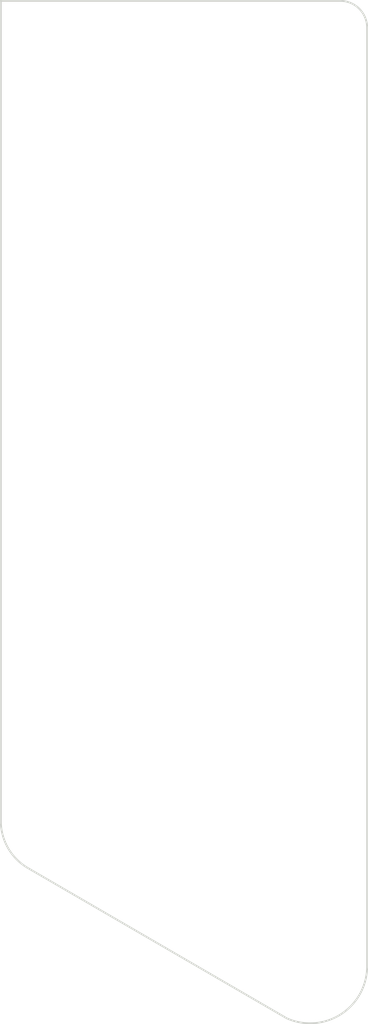
<source format=kicad_pcb>
(kicad_pcb (version 20211014) (generator pcbnew)
  (layers (0 "F.Cu" signal) (31 "B.Cu" signal) (34 "B.Paste" user) (35 "F.Paste" user) (36 "B.SilkS" user "B.Silkscreen") (37 "F.SilkS" user "F.Silkscreen") (38 "B.Mask" user) (39 "F.Mask" user) (44 "Edge.Cuts" user))
  (net 0 "")
  (footprint "kbd:thread_m2" (layer "F.Cu") (at 138.75 84)
    (fp_text reference "H7" hide)
    (fp_text value "MountingHole" hide)
    (pad "" np_thru_hole circle locked (at 0 0) (size 2.3 2.3) (drill 2.3) (layers *.Cu *.Mask))
  )
  (footprint "kbd:thread_m2" (layer "F.Cu") (at 130 84)
    (fp_text reference "H6" hide)
    (fp_text value "MountingHole" hide)
    (pad "" np_thru_hole circle locked (at 0 0) (size 2.3 2.3) (drill 2.3) (layers *.Cu *.Mask))
  )
  (footprint "kbd:thread_m2" (layer "F.Cu") (at 138.75 84)
    (fp_text reference "H7" hide)
    (fp_text value "MountingHole" hide)
    (pad "" np_thru_hole circle locked (at 0 0) (size 2.3 2.3) (drill 2.3) (layers *.Cu *.Mask))
  )
  (footprint "kbd:thread_m2" (layer "F.Cu") (at 130 84)
    (fp_text reference "H6" hide)
    (fp_text value "MountingHole" hide)
    (pad "" np_thru_hole circle locked (at 0 0) (size 2.3 2.3) (drill 2.3) (layers *.Cu *.Mask))
  )
  (gr_line (start 125.5 106) (end 125.5 60) (layer "Edge.Cuts") (width 0.1))
  (gr_arc (start 144.5 60) (mid 145.56066 60.43934) (end 146 61.5) (layer "Edge.Cuts") (width 0.1))
  (gr_arc (start 127 108.5) (mid 125.931823 107.440906) (end 125.5 106) (layer "Edge.Cuts") (width 0.1))
  (gr_line (start 146 114) (end 146 61.5) (layer "Edge.Cuts") (width 0.1))
  (gr_arc (start 146 114) (mid 144.54209 116.680055) (end 141.5 116.912176) (layer "Edge.Cuts") (width 0.1))
  (gr_line (start 144.5 60) (end 125.5 60) (layer "Edge.Cuts") (width 0.1))
  (gr_line (start 141.5 116.912176) (end 127 108.5) (layer "Edge.Cuts") (width 0.1))
)
</source>
